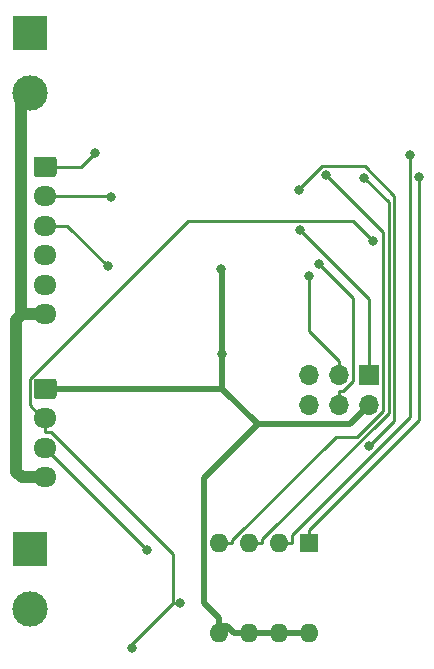
<source format=gbr>
G04 #@! TF.GenerationSoftware,KiCad,Pcbnew,5.1.4+dfsg1-1~bpo10+1*
G04 #@! TF.CreationDate,2019-10-25T23:34:54+10:00*
G04 #@! TF.ProjectId,interface,696e7465-7266-4616-9365-2e6b69636164,rev?*
G04 #@! TF.SameCoordinates,Original*
G04 #@! TF.FileFunction,Copper,L2,Bot*
G04 #@! TF.FilePolarity,Positive*
%FSLAX46Y46*%
G04 Gerber Fmt 4.6, Leading zero omitted, Abs format (unit mm)*
G04 Created by KiCad (PCBNEW 5.1.4+dfsg1-1~bpo10+1) date 2019-10-25 23:34:54*
%MOMM*%
%LPD*%
G04 APERTURE LIST*
%ADD10R,1.600000X1.600000*%
%ADD11O,1.600000X1.600000*%
%ADD12R,3.000000X3.000000*%
%ADD13C,3.000000*%
%ADD14C,0.100000*%
%ADD15C,1.700000*%
%ADD16O,1.950000X1.700000*%
%ADD17R,1.700000X1.700000*%
%ADD18O,1.700000X1.700000*%
%ADD19C,0.800000*%
%ADD20C,1.000000*%
%ADD21C,0.250000*%
%ADD22C,0.500000*%
G04 APERTURE END LIST*
D10*
X123444000Y-104521000D03*
D11*
X115824000Y-112141000D03*
X120904000Y-104521000D03*
X118364000Y-112141000D03*
X118364000Y-104521000D03*
X120904000Y-112141000D03*
X115824000Y-104521000D03*
X123444000Y-112141000D03*
D12*
X99822000Y-105029000D03*
D13*
X99822000Y-110109000D03*
D14*
G36*
X101841504Y-90591204D02*
G01*
X101865773Y-90594804D01*
X101889571Y-90600765D01*
X101912671Y-90609030D01*
X101934849Y-90619520D01*
X101955893Y-90632133D01*
X101975598Y-90646747D01*
X101993777Y-90663223D01*
X102010253Y-90681402D01*
X102024867Y-90701107D01*
X102037480Y-90722151D01*
X102047970Y-90744329D01*
X102056235Y-90767429D01*
X102062196Y-90791227D01*
X102065796Y-90815496D01*
X102067000Y-90840000D01*
X102067000Y-92040000D01*
X102065796Y-92064504D01*
X102062196Y-92088773D01*
X102056235Y-92112571D01*
X102047970Y-92135671D01*
X102037480Y-92157849D01*
X102024867Y-92178893D01*
X102010253Y-92198598D01*
X101993777Y-92216777D01*
X101975598Y-92233253D01*
X101955893Y-92247867D01*
X101934849Y-92260480D01*
X101912671Y-92270970D01*
X101889571Y-92279235D01*
X101865773Y-92285196D01*
X101841504Y-92288796D01*
X101817000Y-92290000D01*
X100367000Y-92290000D01*
X100342496Y-92288796D01*
X100318227Y-92285196D01*
X100294429Y-92279235D01*
X100271329Y-92270970D01*
X100249151Y-92260480D01*
X100228107Y-92247867D01*
X100208402Y-92233253D01*
X100190223Y-92216777D01*
X100173747Y-92198598D01*
X100159133Y-92178893D01*
X100146520Y-92157849D01*
X100136030Y-92135671D01*
X100127765Y-92112571D01*
X100121804Y-92088773D01*
X100118204Y-92064504D01*
X100117000Y-92040000D01*
X100117000Y-90840000D01*
X100118204Y-90815496D01*
X100121804Y-90791227D01*
X100127765Y-90767429D01*
X100136030Y-90744329D01*
X100146520Y-90722151D01*
X100159133Y-90701107D01*
X100173747Y-90681402D01*
X100190223Y-90663223D01*
X100208402Y-90646747D01*
X100228107Y-90632133D01*
X100249151Y-90619520D01*
X100271329Y-90609030D01*
X100294429Y-90600765D01*
X100318227Y-90594804D01*
X100342496Y-90591204D01*
X100367000Y-90590000D01*
X101817000Y-90590000D01*
X101841504Y-90591204D01*
X101841504Y-90591204D01*
G37*
D15*
X101092000Y-91440000D03*
D16*
X101092000Y-93940000D03*
X101092000Y-96440000D03*
X101092000Y-98940000D03*
D14*
G36*
X101841504Y-71795204D02*
G01*
X101865773Y-71798804D01*
X101889571Y-71804765D01*
X101912671Y-71813030D01*
X101934849Y-71823520D01*
X101955893Y-71836133D01*
X101975598Y-71850747D01*
X101993777Y-71867223D01*
X102010253Y-71885402D01*
X102024867Y-71905107D01*
X102037480Y-71926151D01*
X102047970Y-71948329D01*
X102056235Y-71971429D01*
X102062196Y-71995227D01*
X102065796Y-72019496D01*
X102067000Y-72044000D01*
X102067000Y-73244000D01*
X102065796Y-73268504D01*
X102062196Y-73292773D01*
X102056235Y-73316571D01*
X102047970Y-73339671D01*
X102037480Y-73361849D01*
X102024867Y-73382893D01*
X102010253Y-73402598D01*
X101993777Y-73420777D01*
X101975598Y-73437253D01*
X101955893Y-73451867D01*
X101934849Y-73464480D01*
X101912671Y-73474970D01*
X101889571Y-73483235D01*
X101865773Y-73489196D01*
X101841504Y-73492796D01*
X101817000Y-73494000D01*
X100367000Y-73494000D01*
X100342496Y-73492796D01*
X100318227Y-73489196D01*
X100294429Y-73483235D01*
X100271329Y-73474970D01*
X100249151Y-73464480D01*
X100228107Y-73451867D01*
X100208402Y-73437253D01*
X100190223Y-73420777D01*
X100173747Y-73402598D01*
X100159133Y-73382893D01*
X100146520Y-73361849D01*
X100136030Y-73339671D01*
X100127765Y-73316571D01*
X100121804Y-73292773D01*
X100118204Y-73268504D01*
X100117000Y-73244000D01*
X100117000Y-72044000D01*
X100118204Y-72019496D01*
X100121804Y-71995227D01*
X100127765Y-71971429D01*
X100136030Y-71948329D01*
X100146520Y-71926151D01*
X100159133Y-71905107D01*
X100173747Y-71885402D01*
X100190223Y-71867223D01*
X100208402Y-71850747D01*
X100228107Y-71836133D01*
X100249151Y-71823520D01*
X100271329Y-71813030D01*
X100294429Y-71804765D01*
X100318227Y-71798804D01*
X100342496Y-71795204D01*
X100367000Y-71794000D01*
X101817000Y-71794000D01*
X101841504Y-71795204D01*
X101841504Y-71795204D01*
G37*
D15*
X101092000Y-72644000D03*
D16*
X101092000Y-75144000D03*
X101092000Y-77644000D03*
X101092000Y-80144000D03*
X101092000Y-82644000D03*
X101092000Y-85144000D03*
D17*
X128524000Y-90297000D03*
D18*
X128524000Y-92837000D03*
X125984000Y-90297000D03*
X125984000Y-92837000D03*
X123444000Y-90297000D03*
X123444000Y-92837000D03*
D12*
X99822000Y-61341000D03*
D13*
X99822000Y-66421000D03*
D19*
X106422200Y-81091400D03*
X106680000Y-75178700D03*
X105354400Y-71444300D03*
X115968800Y-81266500D03*
X116112600Y-88520700D03*
X122645000Y-77991400D03*
X123441800Y-81877700D03*
X124318600Y-80901300D03*
X128837200Y-78944100D03*
X108489600Y-113424400D03*
X112545800Y-109562600D03*
X109731300Y-105079300D03*
X128524000Y-96276500D03*
X122629700Y-74599200D03*
X132765600Y-73532300D03*
X132008500Y-71659800D03*
X128079200Y-73564400D03*
X124870200Y-73318000D03*
D20*
X101092000Y-98940000D02*
X99116700Y-98940000D01*
X99116700Y-98940000D02*
X98655500Y-98478800D01*
X98655500Y-98478800D02*
X98655500Y-85605200D01*
X98655500Y-85605200D02*
X99116700Y-85144000D01*
X101092000Y-85144000D02*
X99116700Y-85144000D01*
X99116700Y-85144000D02*
X99092300Y-85119600D01*
X99092300Y-85119600D02*
X99092300Y-67150700D01*
X99092300Y-67150700D02*
X99822000Y-66421000D01*
D21*
X101092000Y-77644000D02*
X102974800Y-77644000D01*
X102974800Y-77644000D02*
X106422200Y-81091400D01*
X102392300Y-75144000D02*
X106645300Y-75144000D01*
X106645300Y-75144000D02*
X106680000Y-75178700D01*
X101092000Y-75144000D02*
X102392300Y-75144000D01*
X101092000Y-72644000D02*
X104154700Y-72644000D01*
X104154700Y-72644000D02*
X105354400Y-71444300D01*
D22*
X116112600Y-88520700D02*
X116112600Y-81410300D01*
X116112600Y-81410300D02*
X115968800Y-81266500D01*
X116097600Y-91440000D02*
X119104700Y-94447100D01*
X101092000Y-91440000D02*
X116097600Y-91440000D01*
X116097600Y-91440000D02*
X116097600Y-88535700D01*
X116097600Y-88535700D02*
X116112600Y-88520700D01*
X119104700Y-94447100D02*
X114534300Y-99017500D01*
X114534300Y-99017500D02*
X114534300Y-109601000D01*
X114534300Y-109601000D02*
X115824000Y-110890700D01*
X128524000Y-92837000D02*
X126913900Y-94447100D01*
X126913900Y-94447100D02*
X119104700Y-94447100D01*
X118364000Y-112141000D02*
X117113700Y-112141000D01*
X115824000Y-111515800D02*
X116488500Y-111515800D01*
X116488500Y-111515800D02*
X117113700Y-112141000D01*
X115824000Y-111515800D02*
X115824000Y-110890700D01*
X115824000Y-112141000D02*
X115824000Y-111515800D01*
X120904000Y-112141000D02*
X118364000Y-112141000D01*
X123444000Y-112141000D02*
X120904000Y-112141000D01*
D21*
X128524000Y-90297000D02*
X128524000Y-83870400D01*
X128524000Y-83870400D02*
X122645000Y-77991400D01*
X125984000Y-90297000D02*
X125984000Y-89121700D01*
X123441800Y-81877700D02*
X123441800Y-86579500D01*
X123441800Y-86579500D02*
X125984000Y-89121700D01*
X125984000Y-92837000D02*
X125984000Y-91661700D01*
X125984000Y-91661700D02*
X126351300Y-91661700D01*
X126351300Y-91661700D02*
X127199600Y-90813400D01*
X127199600Y-90813400D02*
X127199600Y-83782300D01*
X127199600Y-83782300D02*
X124318600Y-80901300D01*
X101092000Y-94139000D02*
X99785800Y-92832800D01*
X99785800Y-92832800D02*
X99785800Y-90602300D01*
X99785800Y-90602300D02*
X113154900Y-77233200D01*
X113154900Y-77233200D02*
X127126300Y-77233200D01*
X127126300Y-77233200D02*
X128837200Y-78944100D01*
X101092000Y-94139000D02*
X101092000Y-94338100D01*
X101092000Y-93940000D02*
X101092000Y-94139000D01*
X111953700Y-109562600D02*
X112545800Y-109562600D01*
X111953700Y-109562600D02*
X108489700Y-113026600D01*
X108489700Y-113026600D02*
X108489700Y-113424400D01*
X108489700Y-113424400D02*
X108489600Y-113424400D01*
X101092000Y-95115300D02*
X101606200Y-95115300D01*
X101606200Y-95115300D02*
X111953700Y-105462800D01*
X111953700Y-105462800D02*
X111953700Y-109562600D01*
X101092000Y-94455600D02*
X101092000Y-95115300D01*
X101092000Y-94455600D02*
X101092000Y-94338100D01*
X101092000Y-96440000D02*
X109731300Y-105079300D01*
X122629700Y-74599200D02*
X122629700Y-74532800D01*
X122629700Y-74532800D02*
X124569800Y-72592700D01*
X124569800Y-72592700D02*
X128146400Y-72592700D01*
X128146400Y-72592700D02*
X130650100Y-75096400D01*
X130650100Y-75096400D02*
X130650100Y-94150400D01*
X130650100Y-94150400D02*
X128524000Y-96276500D01*
X123444000Y-103395700D02*
X132765600Y-94074100D01*
X132765600Y-94074100D02*
X132765600Y-73532300D01*
X123444000Y-104521000D02*
X123444000Y-103395700D01*
X132008500Y-71659800D02*
X132008500Y-93818800D01*
X132008500Y-93818800D02*
X122029300Y-103798000D01*
X122029300Y-103798000D02*
X122029300Y-104521000D01*
X120904000Y-104521000D02*
X122029300Y-104521000D01*
X119489300Y-104521000D02*
X119489300Y-104185000D01*
X119489300Y-104185000D02*
X130180300Y-93494000D01*
X130180300Y-93494000D02*
X130180300Y-75665500D01*
X130180300Y-75665500D02*
X128079200Y-73564400D01*
X118364000Y-104521000D02*
X119489300Y-104521000D01*
X124870200Y-73318000D02*
X129699400Y-78147200D01*
X129699400Y-78147200D02*
X129699400Y-93338000D01*
X129699400Y-93338000D02*
X127538600Y-95498800D01*
X127538600Y-95498800D02*
X125690200Y-95498800D01*
X125690200Y-95498800D02*
X116949300Y-104239700D01*
X116949300Y-104239700D02*
X116949300Y-104521000D01*
X115824000Y-104521000D02*
X116949300Y-104521000D01*
M02*

</source>
